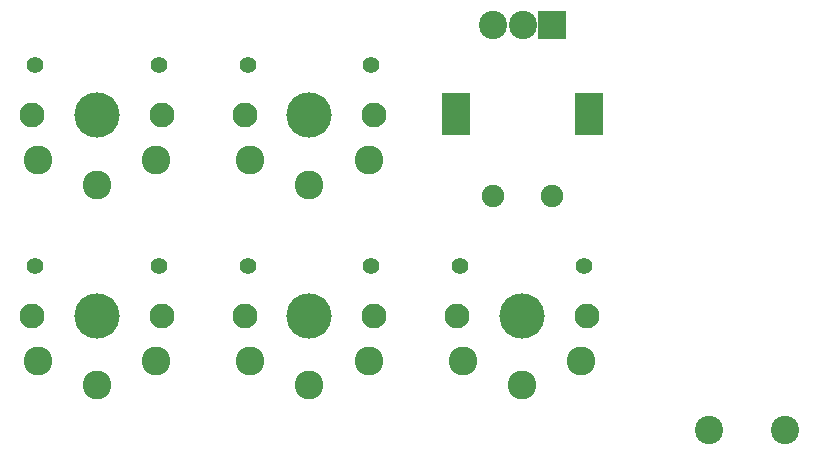
<source format=gbr>
G04 #@! TF.GenerationSoftware,KiCad,Pcbnew,(5.1.5-0-10_14)*
G04 #@! TF.CreationDate,2020-04-22T10:58:21+01:00*
G04 #@! TF.ProjectId,macro1,6d616372-6f31-42e6-9b69-6361645f7063,0.1*
G04 #@! TF.SameCoordinates,Original*
G04 #@! TF.FileFunction,Soldermask,Bot*
G04 #@! TF.FilePolarity,Negative*
%FSLAX46Y46*%
G04 Gerber Fmt 4.6, Leading zero omitted, Abs format (unit mm)*
G04 Created by KiCad (PCBNEW (5.1.5-0-10_14)) date 2020-04-22 10:58:21*
%MOMM*%
%LPD*%
G04 APERTURE LIST*
%ADD10R,2.400000X2.400000*%
%ADD11C,2.400000*%
%ADD12R,2.400000X3.600000*%
%ADD13C,1.900000*%
%ADD14C,2.101800*%
%ADD15C,1.390600*%
%ADD16C,2.432000*%
%ADD17C,3.829000*%
G04 APERTURE END LIST*
D10*
X76200000Y-60960000D03*
D11*
X73700000Y-60960000D03*
X71200000Y-60960000D03*
D12*
X79300000Y-68460000D03*
X68100000Y-68460000D03*
D13*
X76200000Y-75460000D03*
X71200000Y-75460000D03*
D11*
X89460000Y-95250000D03*
X95960000Y-95250000D03*
D14*
X32160000Y-68580000D03*
X43160000Y-68580000D03*
D15*
X42880000Y-64380000D03*
D16*
X37660000Y-74480000D03*
X32660000Y-72380000D03*
D17*
X37660000Y-68580000D03*
D16*
X42660000Y-72380000D03*
D15*
X32440000Y-64380000D03*
D14*
X50160000Y-68580000D03*
X61160000Y-68580000D03*
D15*
X60880000Y-64380000D03*
D16*
X55660000Y-74480000D03*
X50660000Y-72380000D03*
D17*
X55660000Y-68580000D03*
D16*
X60660000Y-72380000D03*
D15*
X50440000Y-64380000D03*
D14*
X68160000Y-85580000D03*
X79160000Y-85580000D03*
D15*
X78880000Y-81380000D03*
D16*
X73660000Y-91480000D03*
X68660000Y-89380000D03*
D17*
X73660000Y-85580000D03*
D16*
X78660000Y-89380000D03*
D15*
X68440000Y-81380000D03*
D14*
X50160000Y-85580000D03*
X61160000Y-85580000D03*
D15*
X60880000Y-81380000D03*
D16*
X55660000Y-91480000D03*
X50660000Y-89380000D03*
D17*
X55660000Y-85580000D03*
D16*
X60660000Y-89380000D03*
D15*
X50440000Y-81380000D03*
D14*
X32160000Y-85580000D03*
X43160000Y-85580000D03*
D15*
X42880000Y-81380000D03*
D16*
X37660000Y-91480000D03*
X32660000Y-89380000D03*
D17*
X37660000Y-85580000D03*
D16*
X42660000Y-89380000D03*
D15*
X32440000Y-81380000D03*
M02*

</source>
